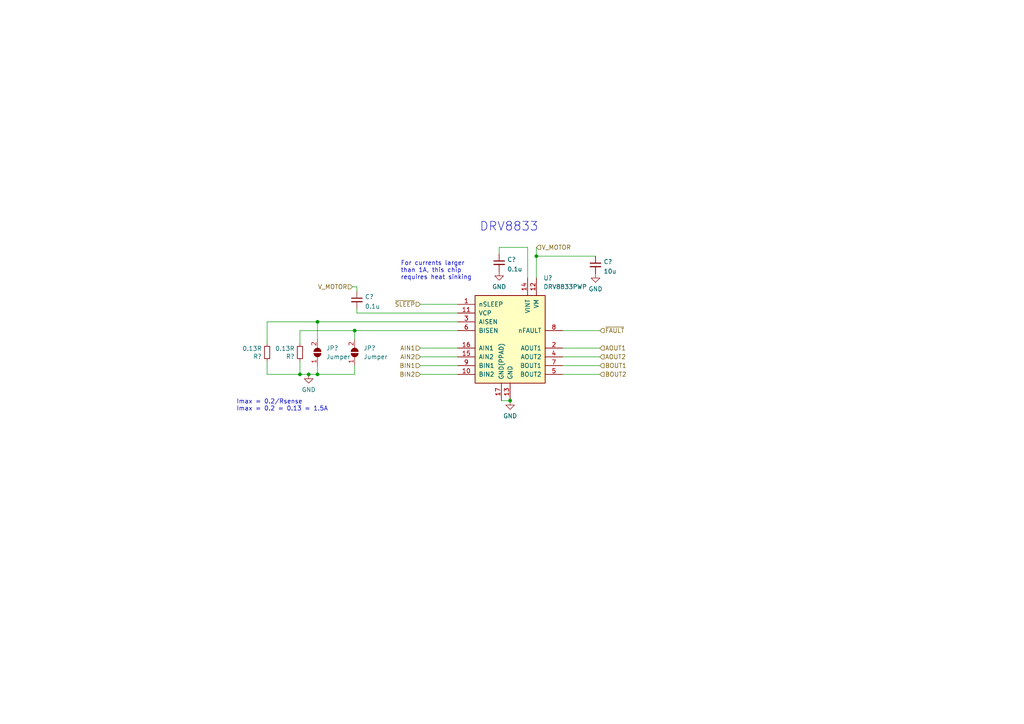
<source format=kicad_sch>
(kicad_sch (version 20211123) (generator eeschema)
  (paper "A4")
  (lib_symbols
    (symbol "Device:C_Small" (pin_numbers hide) (pin_names (offset 0.254) hide)
      (property "Reference" "C" (at 0.254 1.778 0))
      (property "Value" "C_Small" (at 0.254 -2.032 0))
      (symbol "C_Small_0_1"
        (polyline (pts (xy -1.524 -0.508) (xy 1.524 -0.508)) (stroke (width 0.3302)))
        (polyline (pts (xy -1.524 0.508) (xy 1.524 0.508)) (stroke (width 0.3048)))
      )
      (symbol "C_Small_1_1"
        (pin passive line (at 0 2.54 270) (length 2.032) (name "~") (number "1"))
        (pin passive line (at 0 -2.54 90) (length 2.032) (name "~") (number "2"))
      )
    )
    (symbol "Device:R_Small" (pin_numbers hide) (pin_names (offset 0.254) hide)
      (property "Reference" "R" (at 0.762 0.508 0))
      (property "Value" "R_Small" (at 0.762 -1.016 0))
      (symbol "R_Small_0_1"
        (rectangle (start -0.762 1.778) (end 0.762 -1.778) (stroke (width 0.2032)))
      )
      (symbol "R_Small_1_1"
        (pin passive line (at 0 2.54 270) (length 0.762) (name "~") (number "1"))
        (pin passive line (at 0 -2.54 90) (length 0.762) (name "~") (number "2"))
      )
    )
    (symbol "Driver_Motor:DRV8833PWP" (pin_names (offset 1.016))
      (property "Reference" "U" (at -3.81 16.51 0))
      (property "Value" "DRV8833PWP" (at -3.81 13.97 0))
      (symbol "DRV8833PWP_0_1"
        (rectangle (start -10.16 12.7) (end 10.16 -12.7) (stroke (width 0.254)) (fill (type background)))
      )
      (symbol "DRV8833PWP_1_1"
        (pin input line (at -15.24 10.16 0) (length 5.08) (name "nSLEEP") (number "1"))
        (pin input line (at -15.24 -10.16 0) (length 5.08) (name "BIN2") (number "10"))
        (pin bidirectional line (at -15.24 7.62 0) (length 5.08) (name "VCP") (number "11"))
        (pin power_in line (at 7.62 17.78 270) (length 5.08) (name "VM") (number "12"))
        (pin power_in line (at 0 -17.78 90) (length 5.08) (name "GND") (number "13"))
        (pin power_in line (at 5.08 17.78 270) (length 5.08) (name "VINT") (number "14"))
        (pin input line (at -15.24 -5.08 0) (length 5.08) (name "AIN2") (number "15"))
        (pin input line (at -15.24 -2.54 0) (length 5.08) (name "AIN1") (number "16"))
        (pin power_in line (at -2.54 -17.78 90) (length 5.08) (name "GND(PPAD)") (number "17"))
        (pin power_out line (at 15.24 -2.54 180) (length 5.08) (name "AOUT1") (number "2"))
        (pin bidirectional line (at -15.24 5.08 0) (length 5.08) (name "AISEN") (number "3"))
        (pin power_out line (at 15.24 -5.08 180) (length 5.08) (name "AOUT2") (number "4"))
        (pin power_out line (at 15.24 -10.16 180) (length 5.08) (name "BOUT2") (number "5"))
        (pin bidirectional line (at -15.24 2.54 0) (length 5.08) (name "BISEN") (number "6"))
        (pin power_out line (at 15.24 -7.62 180) (length 5.08) (name "BOUT1") (number "7"))
        (pin open_collector line (at 15.24 2.54 180) (length 5.08) (name "nFAULT") (number "8"))
        (pin input line (at -15.24 -7.62 0) (length 5.08) (name "BIN1") (number "9"))
      )
    )
    (symbol "Jumper:SolderJumper_2_Open" (pin_names (offset 0) hide)
      (property "Reference" "JP" (at 0 2.032 0))
      (property "Value" "SolderJumper_2_Open" (at 0 -2.54 0))
      (symbol "SolderJumper_2_Open_0_1"
        (arc (start -0.254 1.016) (mid -1.27 0) (end -0.254 -1.016))
        (arc (start -0.254 1.016) (mid -1.27 0) (end -0.254 -1.016) (fill (type outline)))
        (polyline (pts (xy -0.254 1.016) (xy -0.254 -1.016)))
        (polyline (pts (xy 0.254 1.016) (xy 0.254 -1.016)))
        (arc (start 0.254 -1.016) (mid 1.27 0) (end 0.254 1.016))
        (arc (start 0.254 -1.016) (mid 1.27 0) (end 0.254 1.016) (fill (type outline)))
      )
      (symbol "SolderJumper_2_Open_1_1"
        (pin passive line (at -3.81 0 0) (length 2.54) (name "A") (number "1"))
        (pin passive line (at 3.81 0 180) (length 2.54) (name "B") (number "2"))
      )
    )
    (symbol "power:GND" (power) (pin_names (offset 0))
      (property "Value" "GND" (at 0 -3.81 0))
      (symbol "GND_0_1"
        (polyline (pts (xy 0 0) (xy 0 -1.27) (xy 1.27 -1.27) (xy 0 -2.54) (xy -1.27 -1.27) (xy 0 -1.27)))
      )
      (symbol "GND_1_1"
        (pin power_in line (at 0 0 270) (length 0) hide (name "GND") (number "1"))
      )
    )
  )
  (junction (at 155.575 74.295))
  (junction (at 92.075 93.345))
  (junction (at 92.075 108.585))
  (junction (at 89.535 108.585))
  (junction (at 102.87 95.885))
  (junction (at 147.955 116.205))
  (junction (at 86.995 108.585))
  (wire (pts (xy 92.075 108.585) (xy 89.535 108.585)))
  (wire (pts (xy 102.87 95.885) (xy 102.87 98.425)))
  (wire (pts (xy 77.47 99.695) (xy 77.47 93.345)))
  (wire (pts (xy 103.505 83.185) (xy 103.505 84.455)))
  (wire (pts (xy 153.035 71.755) (xy 153.035 80.645)))
  (wire (pts (xy 77.47 108.585) (xy 77.47 104.775)))
  (wire (pts (xy 92.075 108.585) (xy 102.87 108.585)))
  (wire (pts (xy 155.575 71.755) (xy 155.575 74.295)))
  (wire (pts (xy 86.995 108.585) (xy 77.47 108.585)))
  (wire (pts (xy 103.505 90.805) (xy 132.715 90.805)))
  (wire (pts (xy 77.47 93.345) (xy 92.075 93.345)))
  (wire (pts (xy 92.075 93.345) (xy 132.715 93.345)))
  (wire (pts (xy 155.575 74.295) (xy 172.72 74.295)))
  (wire (pts (xy 86.995 95.885) (xy 102.87 95.885)))
  (wire (pts (xy 121.92 108.585) (xy 132.715 108.585)))
  (wire (pts (xy 121.92 106.045) (xy 132.715 106.045)))
  (wire (pts (xy 103.505 89.535) (xy 103.505 90.805)))
  (wire (pts (xy 163.195 106.045) (xy 173.99 106.045)))
  (wire (pts (xy 102.87 106.045) (xy 102.87 108.585)))
  (wire (pts (xy 102.87 95.885) (xy 132.715 95.885)))
  (wire (pts (xy 89.535 108.585) (xy 86.995 108.585)))
  (wire (pts (xy 102.235 83.185) (xy 103.505 83.185)))
  (wire (pts (xy 163.195 100.965) (xy 173.99 100.965)))
  (wire (pts (xy 92.075 106.045) (xy 92.075 108.585)))
  (wire (pts (xy 163.195 108.585) (xy 173.99 108.585)))
  (wire (pts (xy 144.78 73.66) (xy 144.78 71.755)))
  (wire (pts (xy 155.575 74.295) (xy 155.575 80.645)))
  (wire (pts (xy 163.195 95.885) (xy 173.99 95.885)))
  (wire (pts (xy 121.92 100.965) (xy 132.715 100.965)))
  (wire (pts (xy 121.92 88.265) (xy 132.715 88.265)))
  (wire (pts (xy 163.195 103.505) (xy 173.99 103.505)))
  (wire (pts (xy 121.92 103.505) (xy 132.715 103.505)))
  (wire (pts (xy 86.995 104.775) (xy 86.995 108.585)))
  (wire (pts (xy 92.075 93.345) (xy 92.075 98.425)))
  (wire (pts (xy 86.995 99.695) (xy 86.995 95.885)))
  (wire (pts (xy 145.415 116.205) (xy 147.955 116.205)))
  (wire (pts (xy 144.78 71.755) (xy 153.035 71.755)))
  (text "For currents larger\nthan 1A, this chip\nrequires heat sinking" (at 116.205 81.28 0) (effects (font (size 1.27 1.27)) (justify left bottom)))
  (text "Imax = 0.2/Rsense\nImax = 0.2 = 0.13 = 1.5A" (at 68.58 119.38 0) (effects (font (size 1.27 1.27)) (justify left bottom)))
  (text "DRV8833" (at 139.065 67.31 0) (effects (font (size 2.54 2.54)) (justify left bottom)))
  (hierarchical_label "~{FAULT}" (shape input) (at 173.99 95.885 0))
  (hierarchical_label "AOUT1" (shape input) (at 173.99 100.965 0))
  (hierarchical_label "AIN1" (shape input) (at 121.92 100.965 180))
  (hierarchical_label "V_MOTOR" (shape input) (at 155.575 71.755 0))
  (hierarchical_label "BIN2" (shape input) (at 121.92 108.585 180))
  (hierarchical_label "AOUT2" (shape input) (at 173.99 103.505 0))
  (hierarchical_label "BOUT2" (shape input) (at 173.99 108.585 0))
  (hierarchical_label "~{SLEEP}" (shape input) (at 121.92 88.265 180))
  (hierarchical_label "AIN2" (shape input) (at 121.92 103.505 180))
  (hierarchical_label "BOUT1" (shape input) (at 173.99 106.045 0))
  (hierarchical_label "V_MOTOR" (shape input) (at 102.235 83.185 180))
  (hierarchical_label "BIN1" (shape input) (at 121.92 106.045 180))
  (symbol (lib_id "power:GND") (at 147.955 116.205 0) (unit 1)
    (property "Reference" "#PWR?" (effects hide))
    (property "Value" "GND" (at 147.955 120.6484 0))
  )
  (symbol (lib_id "power:GND") (at 89.535 108.585 0) (unit 1)
    (property "Reference" "#PWR?" (effects hide))
    (property "Value" "GND" (at 89.535 113.0284 0))
  )
  (symbol (lib_id "Device:C_Small") (at 103.505 86.995 0) (unit 1)
    (property "Reference" "C?" (at 105.8292 86.0865 0) (effects (justify left)))
    (property "Value" "0.1u" (at 105.8292 88.8616 0) (effects (justify left)))
    (property "Footprint" "Capacitor_SMD:C_0603_1608Metric_Pad1.08x0.95mm_HandSolder" (effects hide))
  )
  (symbol (lib_id "power:GND") (at 144.78 78.74 0) (unit 1)
    (property "Reference" "#PWR?" (effects hide))
    (property "Value" "GND" (at 144.78 83.1834 0))
  )
  (symbol (lib_id "Device:C_Small") (at 144.78 76.2 0) (unit 1)
    (property "Reference" "C?" (at 147.1042 75.2915 0) (effects (justify left)))
    (property "Value" "0.1u" (at 147.1042 78.0666 0) (effects (justify left)))
    (property "Footprint" "Capacitor_SMD:C_0603_1608Metric_Pad1.08x0.95mm_HandSolder" (effects hide))
  )
  (symbol (lib_id "Device:R_Small") (at 77.47 102.235 180) (unit 1)
    (property "Reference" "R?" (at 75.9714 103.4034 0) (effects (justify left)))
    (property "Value" "0.13R" (at 75.9714 101.092 0) (effects (justify left)))
    (property "Footprint" "Resistor_SMD:R_1210_3225Metric" (effects hide))
    (property "LCSC#" "C165362" (effects hide))
  )
  (symbol (lib_id "Device:C_Small") (at 172.72 76.835 0) (unit 1)
    (property "Reference" "C?" (at 175.0442 75.9265 0) (effects (justify left)))
    (property "Value" "10u" (at 175.0442 78.7016 0) (effects (justify left)))
    (property "Footprint" "Capacitor_SMD:C_0603_1608Metric_Pad1.08x0.95mm_HandSolder" (effects hide))
  )
  (symbol (lib_id "power:GND") (at 172.72 79.375 0) (unit 1)
    (property "Reference" "#PWR?" (effects hide))
    (property "Value" "GND" (at 172.72 83.8184 0))
  )
  (symbol (lib_id "Jumper:SolderJumper_2_Open") (at 102.87 102.235 90) (unit 1)
    (property "Reference" "JP?" (at 105.41 100.9649 90) (effects (justify right)))
    (property "Value" "Jumper" (at 105.41 103.5049 90) (effects (justify right)))
  )
  (symbol (lib_id "Driver_Motor:DRV8833PWP") (at 147.955 98.425 0) (unit 1)
    (property "Reference" "U?" (at 157.5944 80.645 0) (effects (justify left)))
    (property "Value" "DRV8833PWP" (at 157.5944 83.185 0) (effects (justify left)))
    (property "Footprint" "Package_SO:HTSSOP-16-1EP_4.4x5mm_P0.65mm_EP3.4x5mm_Mask2.46x2.31mm_ThermalVias" (effects hide))
    (property "Datasheet" "http://www.ti.com/lit/ds/symlink/drv8833.pdf" (effects hide))
    (property "Reference_Design" "https://cdn-learn.adafruit.com/assets/assets/000/036/870/original/adafruit_products_schem.png?1477519566" (effects hide))
    (property "LCSC#" "https://lcsc.com/product-detail/Motor-Driver-ICs_Texas-Instruments-DRV8833PWPR_C50506.html" (effects hide))
  )
  (symbol (lib_id "Jumper:SolderJumper_2_Open") (at 92.075 102.235 90) (unit 1)
    (property "Reference" "JP?" (at 94.615 100.9649 90) (effects (justify right)))
    (property "Value" "Jumper" (at 94.615 103.5049 90) (effects (justify right)))
  )
  (symbol (lib_id "Device:R_Small") (at 86.995 102.235 180) (unit 1)
    (property "Reference" "R?" (at 85.4964 103.4034 0) (effects (justify left)))
    (property "Value" "0.13R" (at 85.4964 101.092 0) (effects (justify left)))
    (property "Footprint" "Resistor_SMD:R_1210_3225Metric" (effects hide))
    (property "LCSC#" "C165362" (effects hide))
  )
)
</source>
